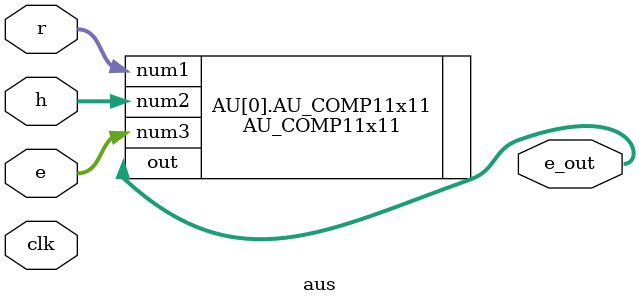
<source format=v>

module aus # 
  (
    parameter N = 541,
    parameter q = 256,
    parameter p = 3,
    parameter M = 1
  )( 
    input clk,
	input [clog2(q-1)-1:0] r,
 	input [M*clog2(q-1)-1:0]  h,
    input [M*clog2(q-1)-1:0]  e,   
	output [M*clog2(q-1)-1:0] e_out
  );

    wire [M*clog2(q-1)-1:0] e_out_11;
    //wire [M*clog2(q-1)-1:0] e_out_16;
    
    genvar i;
    generate
      for (i = 0; i < M; i = i + 1) begin:AU
         AU_COMP11x11 AU_COMP11x11(
            .num1(r), 
            .num2(h[(i+1)*clog2(q-1)-1:i*clog2(q-1)]), 
            .num3(e[(i+1)*clog2(q-1)-1:i*clog2(q-1)]), 
            .out(e_out[(i+1)*clog2(q-1)-1:i*clog2(q-1)])
          );
      end
    endgenerate
		
  // clog2 function
    function integer clog2;
      input integer n;
        for (clog2=0; n>0; clog2=clog2+1)
          n = n >> 1;
    endfunction
	
endmodule



</source>
